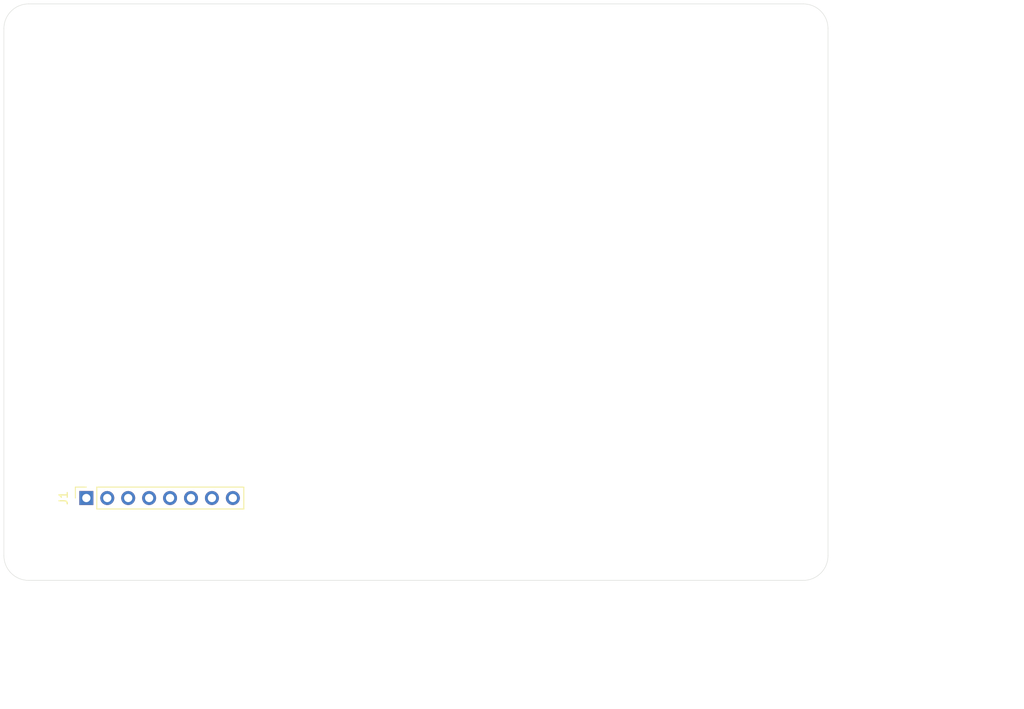
<source format=kicad_pcb>
(kicad_pcb (version 20211014) (generator pcbnew)
  (title_block (title "CabHat_relay") (company "@stop_pattern"))
  (layers (0 "F.Cu" mixed) (1 "In1.Cu" signal) (2 "In2.Cu" signal) (31 "B.Cu" mixed) (34 "B.Paste" user) (35 "F.Paste" user) (36 "B.SilkS" user "B.Silkscreen") (37 "F.SilkS" user "F.Silkscreen") (38 "B.Mask" user) (39 "F.Mask" user) (44 "Edge.Cuts" user))
  (property "Variable" "")
  (net 0 "")
  (net 1 "GND")
  (net 4 "+3V3")
  (net 8 "+5V")
  (footprint "MountingHole:MountingHole_3.2mm_M3" (layer "F.Cu") (at 184.16 136.14)
    (fp_text reference "REF0" hide)
    (fp_text value "MountingHole_3.2mm_M3" hide)
    (pad "" np_thru_hole circle locked (at 0 0) (size 3.2 3.2) (drill 3.2) (layers *.Cu *.Mask))
  )
  (footprint "Library:PinSocket_1x08_P2.54mm_Vertical" (layer "F.Cu") (at 97.16 129.14 90)
    (fp_text reference "J1" (at 0 -2.77 90) (layer "F.SilkS"))
    (fp_text value "Conn_01x08")
    (fp_line (start -1.33 1.27) (end -1.33 19.11) (layer "F.SilkS") (width 0.12))
    (fp_line (start 1.33 -1.33) (end 1.33 0) (layer "F.SilkS") (width 0.12))
    (fp_line (start -1.33 1.27) (end 1.33 1.27) (layer "F.SilkS") (width 0.12))
    (fp_line (start 0 -1.33) (end 1.33 -1.33) (layer "F.SilkS") (width 0.12))
    (fp_line (start -1.33 19.11) (end 1.33 19.11) (layer "F.SilkS") (width 0.12))
    (fp_line (start 1.33 1.27) (end 1.33 19.11) (layer "F.SilkS") (width 0.12))
    (pad "1" thru_hole rect (at 0 0 90) (size 1.7 1.7) (drill 1) (layers *.Cu *.Mask) (net 1 "GND"))
    (pad "2" thru_hole oval (at 0 2.54 90) (size 1.7 1.7) (drill 1) (layers *.Cu *.Mask))
    (pad "3" thru_hole oval (at 0 5.08 90) (size 1.7 1.7) (drill 1) (layers *.Cu *.Mask))
    (pad "4" thru_hole oval (at 0 7.62 90) (size 1.7 1.7) (drill 1) (layers *.Cu *.Mask))
    (pad "5" thru_hole oval (at 0 10.16 90) (size 1.7 1.7) (drill 1) (layers *.Cu *.Mask) (net 4 "+3V3"))
    (pad "6" thru_hole oval (at 0 12.7 90) (size 1.7 1.7) (drill 1) (layers *.Cu *.Mask))
    (pad "7" thru_hole oval (at 0 15.24 90) (size 1.7 1.7) (drill 1) (layers *.Cu *.Mask))
    (pad "8" thru_hole oval (at 0 17.78 90) (size 1.7 1.7) (drill 1) (layers *.Cu *.Mask) (net 8 "+5V"))
  )
  (footprint "MountingHole:MountingHole_3.2mm_M3" (layer "F.Cu") (at 90.16 136.14)
    (fp_text reference "REF3" hide)
    (fp_text value "MountingHole_3.2mm_M3" hide)
    (pad "" np_thru_hole circle locked (at 0 0) (size 3.2 3.2) (drill 3.2) (layers *.Cu *.Mask))
  )
  (footprint "MountingHole:MountingHole_3.2mm_M3" (layer "F.Cu") (at 184.16 72.14)
    (fp_text reference "REF1" hide)
    (fp_text value "MountingHole_3.2mm_M3" hide)
    (pad "" np_thru_hole circle locked (at 0 0) (size 3.2 3.2) (drill 3.2) (layers *.Cu *.Mask))
  )
  (footprint "MountingHole:MountingHole_3.2mm_M3" (layer "F.Cu") (at 90.16 72.14)
    (fp_text reference "REF2" hide)
    (fp_text value "MountingHole_3.2mm_M3" hide)
    (pad "" np_thru_hole circle locked (at 0 0) (size 3.2 3.2) (drill 3.2) (layers *.Cu *.Mask))
  )
  (gr_arc locked (start 184.16 69.14) (mid 186.28132 70.01868) (end 187.16 72.14) (layer "Edge.Cuts") (width 0.05))
  (gr_arc locked (start 187.16 136.14) (mid 186.28132 138.26132) (end 184.16 139.14) (layer "Edge.Cuts") (width 0.05))
  (gr_arc locked (start 87.16 72.14) (mid 88.03868 70.01868) (end 90.16 69.14) (layer "Edge.Cuts") (width 0.05))
  (gr_line locked (start 87.16 136.14) (end 87.16 72.14) (layer "Edge.Cuts") (width 0.05))
  (gr_line locked (start 90.16 69.14) (end 184.16 69.14) (layer "Edge.Cuts") (width 0.05))
  (gr_arc locked (start 90.16 139.14) (mid 88.03868 138.26132) (end 87.16 136.14) (layer "Edge.Cuts") (width 0.05))
  (gr_line locked (start 184.16 139.14) (end 90.16 139.14) (layer "Edge.Cuts") (width 0.05))
  (gr_line locked (start 187.16 72.14) (end 187.16 136.14) (layer "Edge.Cuts") (width 0.05))
)
</source>
